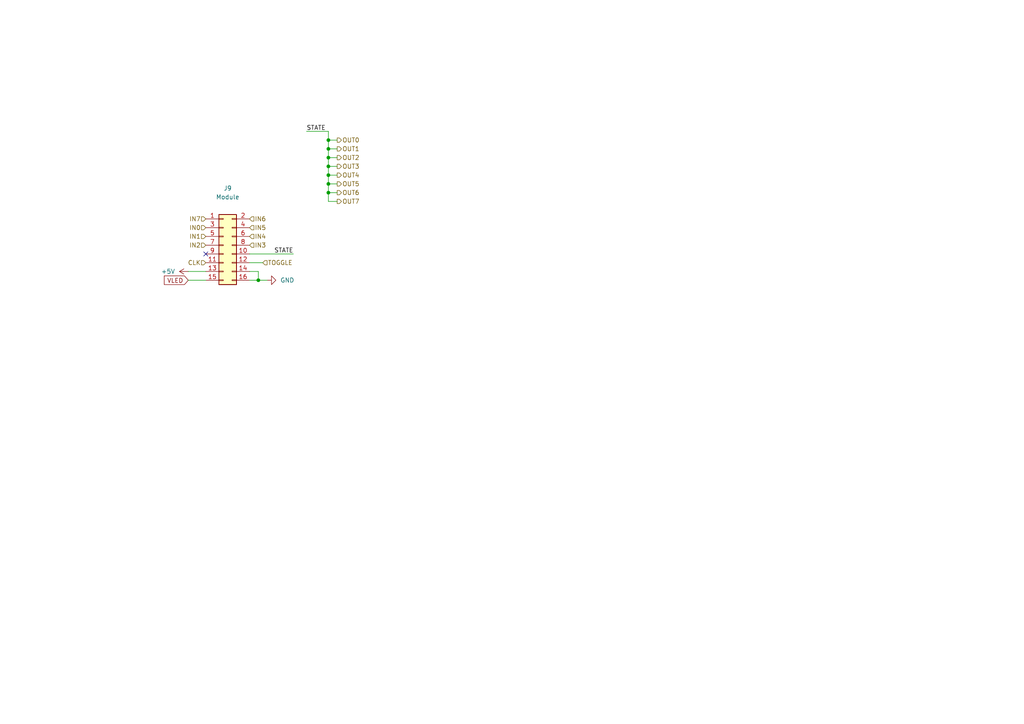
<source format=kicad_sch>
(kicad_sch (version 20211123) (generator eeschema)
  (paper "A4")
  (lib_symbols
    (symbol "Connector_Generic:Conn_02x08_Odd_Even" (pin_names (offset 1.016) hide)
      (property "Reference" "J" (at 1.27 10.16 0))
      (property "Value" "Conn_02x08_Odd_Even" (at 1.27 -12.7 0))
      (symbol "Conn_02x08_Odd_Even_1_1"
        (rectangle (start -1.27 -10.033) (end 0 -10.287) (stroke (width 0.1524)))
        (rectangle (start -1.27 -7.493) (end 0 -7.747) (stroke (width 0.1524)))
        (rectangle (start -1.27 -4.953) (end 0 -5.207) (stroke (width 0.1524)))
        (rectangle (start -1.27 -2.413) (end 0 -2.667) (stroke (width 0.1524)))
        (rectangle (start -1.27 0.127) (end 0 -0.127) (stroke (width 0.1524)))
        (rectangle (start -1.27 2.667) (end 0 2.413) (stroke (width 0.1524)))
        (rectangle (start -1.27 5.207) (end 0 4.953) (stroke (width 0.1524)))
        (rectangle (start -1.27 7.747) (end 0 7.493) (stroke (width 0.1524)))
        (rectangle (start -1.27 8.89) (end 3.81 -11.43) (stroke (width 0.254)) (fill (type background)))
        (rectangle (start 3.81 -10.033) (end 2.54 -10.287) (stroke (width 0.1524)))
        (rectangle (start 3.81 -7.493) (end 2.54 -7.747) (stroke (width 0.1524)))
        (rectangle (start 3.81 -4.953) (end 2.54 -5.207) (stroke (width 0.1524)))
        (rectangle (start 3.81 -2.413) (end 2.54 -2.667) (stroke (width 0.1524)))
        (rectangle (start 3.81 0.127) (end 2.54 -0.127) (stroke (width 0.1524)))
        (rectangle (start 3.81 2.667) (end 2.54 2.413) (stroke (width 0.1524)))
        (rectangle (start 3.81 5.207) (end 2.54 4.953) (stroke (width 0.1524)))
        (rectangle (start 3.81 7.747) (end 2.54 7.493) (stroke (width 0.1524)))
        (pin passive line (at -5.08 7.62 0) (length 3.81) (name "Pin_1") (number "1"))
        (pin passive line (at 7.62 -2.54 180) (length 3.81) (name "Pin_10") (number "10"))
        (pin passive line (at -5.08 -5.08 0) (length 3.81) (name "Pin_11") (number "11"))
        (pin passive line (at 7.62 -5.08 180) (length 3.81) (name "Pin_12") (number "12"))
        (pin passive line (at -5.08 -7.62 0) (length 3.81) (name "Pin_13") (number "13"))
        (pin passive line (at 7.62 -7.62 180) (length 3.81) (name "Pin_14") (number "14"))
        (pin passive line (at -5.08 -10.16 0) (length 3.81) (name "Pin_15") (number "15"))
        (pin passive line (at 7.62 -10.16 180) (length 3.81) (name "Pin_16") (number "16"))
        (pin passive line (at 7.62 7.62 180) (length 3.81) (name "Pin_2") (number "2"))
        (pin passive line (at -5.08 5.08 0) (length 3.81) (name "Pin_3") (number "3"))
        (pin passive line (at 7.62 5.08 180) (length 3.81) (name "Pin_4") (number "4"))
        (pin passive line (at -5.08 2.54 0) (length 3.81) (name "Pin_5") (number "5"))
        (pin passive line (at 7.62 2.54 180) (length 3.81) (name "Pin_6") (number "6"))
        (pin passive line (at -5.08 0 0) (length 3.81) (name "Pin_7") (number "7"))
        (pin passive line (at 7.62 0 180) (length 3.81) (name "Pin_8") (number "8"))
        (pin passive line (at -5.08 -2.54 0) (length 3.81) (name "Pin_9") (number "9"))
      )
    )
    (symbol "power:+5V" (power) (pin_names (offset 0))
      (property "Value" "+5V" (at 0 3.556 0))
      (symbol "+5V_0_1"
        (polyline (pts (xy -0.762 1.27) (xy 0 2.54)))
        (polyline (pts (xy 0 0) (xy 0 2.54)))
        (polyline (pts (xy 0 2.54) (xy 0.762 1.27)))
      )
      (symbol "+5V_1_1"
        (pin power_in line (at 0 0 90) (length 0) hide (name "+5V") (number "1"))
      )
    )
    (symbol "power:GND" (power) (pin_names (offset 0))
      (property "Value" "GND" (at 0 -3.81 0))
      (symbol "GND_0_1"
        (polyline (pts (xy 0 0) (xy 0 -1.27) (xy 1.27 -1.27) (xy 0 -2.54) (xy -1.27 -1.27) (xy 0 -1.27)))
      )
      (symbol "GND_1_1"
        (pin power_in line (at 0 0 270) (length 0) hide (name "GND") (number "1"))
      )
    )
  )
  (junction (at 95.25 40.64))
  (junction (at 74.93 81.28))
  (junction (at 95.25 43.18))
  (junction (at 95.25 53.34))
  (junction (at 95.25 45.72))
  (junction (at 95.25 55.88))
  (junction (at 95.25 50.8))
  (junction (at 95.25 48.26))
  (no_connect (at 59.69 73.66))
  (wire (pts (xy 95.25 58.42) (xy 95.25 55.88)))
  (wire (pts (xy 54.61 78.74) (xy 59.69 78.74)))
  (wire (pts (xy 95.25 45.72) (xy 97.79 45.72)))
  (wire (pts (xy 54.61 81.28) (xy 59.69 81.28)))
  (wire (pts (xy 95.25 53.34) (xy 95.25 50.8)))
  (wire (pts (xy 88.9 38.1) (xy 95.25 38.1)))
  (wire (pts (xy 95.25 48.26) (xy 97.79 48.26)))
  (wire (pts (xy 95.25 43.18) (xy 97.79 43.18)))
  (wire (pts (xy 74.93 81.28) (xy 77.47 81.28)))
  (wire (pts (xy 72.39 76.2) (xy 76.2 76.2)))
  (wire (pts (xy 97.79 58.42) (xy 95.25 58.42)))
  (wire (pts (xy 95.25 40.64) (xy 97.79 40.64)))
  (wire (pts (xy 72.39 73.66) (xy 85.09 73.66)))
  (wire (pts (xy 95.25 53.34) (xy 97.79 53.34)))
  (wire (pts (xy 95.25 55.88) (xy 97.79 55.88)))
  (wire (pts (xy 95.25 55.88) (xy 95.25 53.34)))
  (wire (pts (xy 95.25 40.64) (xy 95.25 38.1)))
  (wire (pts (xy 95.25 48.26) (xy 95.25 45.72)))
  (wire (pts (xy 72.39 78.74) (xy 74.93 78.74)))
  (wire (pts (xy 95.25 50.8) (xy 95.25 48.26)))
  (wire (pts (xy 74.93 78.74) (xy 74.93 81.28)))
  (wire (pts (xy 72.39 81.28) (xy 74.93 81.28)))
  (wire (pts (xy 95.25 43.18) (xy 95.25 40.64)))
  (wire (pts (xy 95.25 50.8) (xy 97.79 50.8)))
  (wire (pts (xy 95.25 45.72) (xy 95.25 43.18)))
  (label "STATE" (at 85.09 73.66 180))
  (label "STATE" (at 88.9 38.1 0))
  (global_label "VLED" (shape input) (at 54.61 81.28 180) (property "Intersheet References" "${INTERSHEET_REFS}" (effects hide)))
  (hierarchical_label "OUT6" (shape output) (at 97.79 55.88 0))
  (hierarchical_label "OUT4" (shape output) (at 97.79 50.8 0))
  (hierarchical_label "OUT3" (shape output) (at 97.79 48.26 0))
  (hierarchical_label "IN5" (shape input) (at 72.39 66.04 0))
  (hierarchical_label "OUT0" (shape output) (at 97.79 40.64 0))
  (hierarchical_label "IN7" (shape input) (at 59.69 63.5 180))
  (hierarchical_label "IN4" (shape input) (at 72.39 68.58 0))
  (hierarchical_label "IN0" (shape input) (at 59.69 66.04 180))
  (hierarchical_label "IN3" (shape input) (at 72.39 71.12 0))
  (hierarchical_label "OUT1" (shape output) (at 97.79 43.18 0))
  (hierarchical_label "CLK" (shape input) (at 59.69 76.2 180))
  (hierarchical_label "IN2" (shape input) (at 59.69 71.12 180))
  (hierarchical_label "OUT2" (shape output) (at 97.79 45.72 0))
  (hierarchical_label "TOGGLE" (shape input) (at 76.2 76.2 0))
  (hierarchical_label "OUT7" (shape output) (at 97.79 58.42 0))
  (hierarchical_label "IN1" (shape input) (at 59.69 68.58 180))
  (hierarchical_label "OUT5" (shape output) (at 97.79 53.34 0))
  (hierarchical_label "IN6" (shape input) (at 72.39 63.5 0))
  (symbol (lib_id "power:+5V") (at 54.61 78.74 90) (unit 1)
    (property "Reference" "#PWR0119" (effects hide))
    (property "Value" "+5V" (at 50.8 78.7399 90) (effects (justify left)))
  )
  (symbol (lib_id "Connector_Generic:Conn_02x08_Odd_Even") (at 64.77 71.12 0) (unit 1)
    (property "Reference" "J9" (at 66.04 54.61 0))
    (property "Value" "Module" (at 66.04 57.15 0))
    (property "Footprint" "agausmann:DEALON_DZ127S-22-16-55_02x08_P1.27mm_Vertical" (effects hide))
    (property "LCSC" "C5160764" (effects hide))
    (property "Manufacturer" "DEALON" (effects hide))
    (property "Mfr. Part #" "DZ127S-22-16-55" (effects hide))
  )
  (symbol (lib_id "power:GND") (at 77.47 81.28 90) (unit 1)
    (property "Reference" "#PWR044" (effects hide))
    (property "Value" "GND" (at 81.28 81.2799 90) (effects (justify right)))
  )
)
</source>
